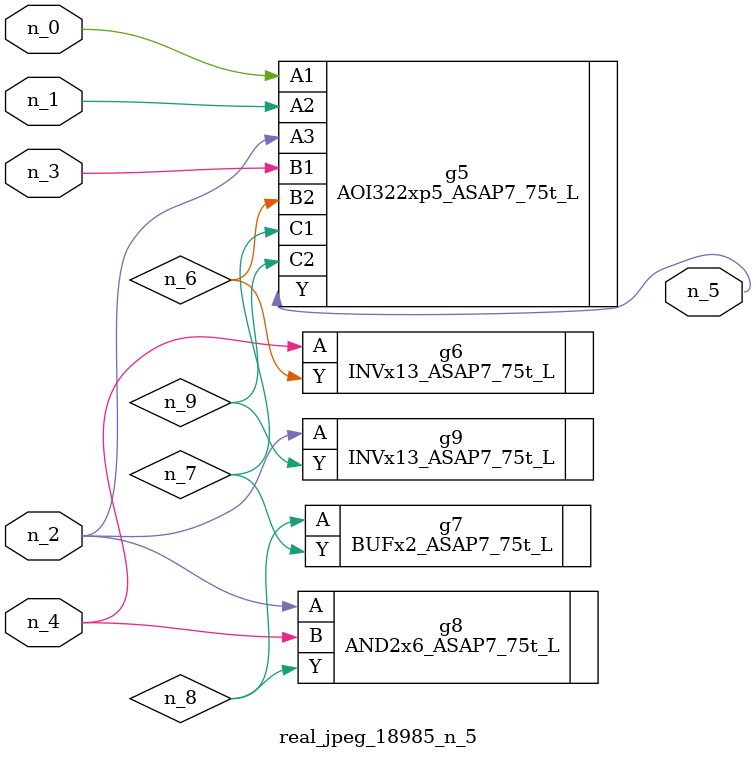
<source format=v>
module real_jpeg_18985_n_5 (n_4, n_0, n_1, n_2, n_3, n_5);

input n_4;
input n_0;
input n_1;
input n_2;
input n_3;

output n_5;

wire n_8;
wire n_6;
wire n_7;
wire n_9;

AOI322xp5_ASAP7_75t_L g5 ( 
.A1(n_0),
.A2(n_1),
.A3(n_2),
.B1(n_3),
.B2(n_6),
.C1(n_7),
.C2(n_9),
.Y(n_5)
);

AND2x6_ASAP7_75t_L g8 ( 
.A(n_2),
.B(n_4),
.Y(n_8)
);

INVx13_ASAP7_75t_L g9 ( 
.A(n_2),
.Y(n_9)
);

INVx13_ASAP7_75t_L g6 ( 
.A(n_4),
.Y(n_6)
);

BUFx2_ASAP7_75t_L g7 ( 
.A(n_8),
.Y(n_7)
);


endmodule
</source>
